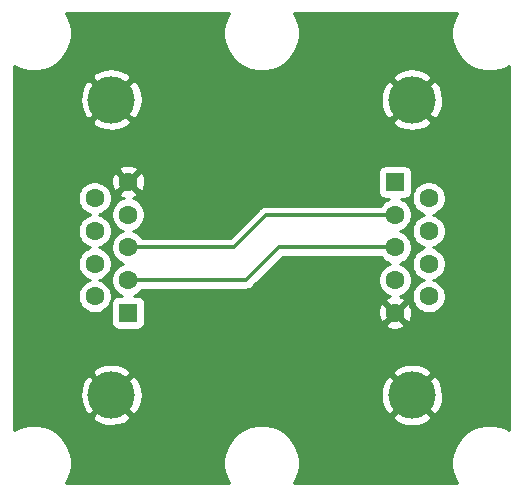
<source format=gtl>
G04 #@! TF.GenerationSoftware,KiCad,Pcbnew,5.1.10-88a1d61d58~88~ubuntu20.04.1*
G04 #@! TF.CreationDate,2021-05-09T22:10:24+02:00*
G04 #@! TF.ProjectId,SerialSwitcher,53657269-616c-4537-9769-74636865722e,rev?*
G04 #@! TF.SameCoordinates,Original*
G04 #@! TF.FileFunction,Copper,L1,Top*
G04 #@! TF.FilePolarity,Positive*
%FSLAX46Y46*%
G04 Gerber Fmt 4.6, Leading zero omitted, Abs format (unit mm)*
G04 Created by KiCad (PCBNEW 5.1.10-88a1d61d58~88~ubuntu20.04.1) date 2021-05-09 22:10:24*
%MOMM*%
%LPD*%
G01*
G04 APERTURE LIST*
G04 #@! TA.AperFunction,ComponentPad*
%ADD10C,4.000000*%
G04 #@! TD*
G04 #@! TA.AperFunction,ComponentPad*
%ADD11C,1.600000*%
G04 #@! TD*
G04 #@! TA.AperFunction,ComponentPad*
%ADD12R,1.600000X1.600000*%
G04 #@! TD*
G04 #@! TA.AperFunction,Conductor*
%ADD13C,0.350000*%
G04 #@! TD*
G04 #@! TA.AperFunction,Conductor*
%ADD14C,0.254000*%
G04 #@! TD*
G04 #@! TA.AperFunction,Conductor*
%ADD15C,0.100000*%
G04 #@! TD*
G04 APERTURE END LIST*
D10*
X128580000Y-68030000D03*
X128580000Y-43030000D03*
D11*
X127160000Y-51375000D03*
X127160000Y-54145000D03*
X127160000Y-56915000D03*
X127160000Y-59685000D03*
X130000000Y-49990000D03*
X130000000Y-52760000D03*
X130000000Y-55530000D03*
X130000000Y-58300000D03*
D12*
X130000000Y-61070000D03*
X152600000Y-50000000D03*
D11*
X152600000Y-52770000D03*
X152600000Y-55540000D03*
X152600000Y-58310000D03*
X152600000Y-61080000D03*
X155440000Y-51385000D03*
X155440000Y-54155000D03*
X155440000Y-56925000D03*
X155440000Y-59695000D03*
D10*
X154020000Y-68040000D03*
X154020000Y-43040000D03*
D13*
X140010000Y-58300000D02*
X130000000Y-58300000D01*
X142770000Y-55540000D02*
X140010000Y-58300000D01*
X152600000Y-55540000D02*
X142770000Y-55540000D01*
X138960000Y-55530000D02*
X130000000Y-55530000D01*
X141680000Y-52810000D02*
X138960000Y-55530000D01*
X152560000Y-52810000D02*
X141680000Y-52810000D01*
X152600000Y-52770000D02*
X152560000Y-52810000D01*
D14*
X138440270Y-35871442D02*
X138197012Y-36458719D01*
X138073000Y-37082168D01*
X138073000Y-37717832D01*
X138197012Y-38341281D01*
X138440270Y-38928558D01*
X138793425Y-39457093D01*
X139242907Y-39906575D01*
X139771442Y-40259730D01*
X140358719Y-40502988D01*
X140982168Y-40627000D01*
X141617832Y-40627000D01*
X142241281Y-40502988D01*
X142828558Y-40259730D01*
X143357093Y-39906575D01*
X143806575Y-39457093D01*
X144159730Y-38928558D01*
X144402988Y-38341281D01*
X144527000Y-37717832D01*
X144527000Y-37082168D01*
X144402988Y-36458719D01*
X144159730Y-35871442D01*
X144068563Y-35735000D01*
X157831437Y-35735000D01*
X157740270Y-35871442D01*
X157497012Y-36458719D01*
X157373000Y-37082168D01*
X157373000Y-37717832D01*
X157497012Y-38341281D01*
X157740270Y-38928558D01*
X158093425Y-39457093D01*
X158542907Y-39906575D01*
X159071442Y-40259730D01*
X159658719Y-40502988D01*
X160282168Y-40627000D01*
X160917832Y-40627000D01*
X161541281Y-40502988D01*
X162128558Y-40259730D01*
X162265000Y-40168562D01*
X162265001Y-71031438D01*
X162128558Y-70940270D01*
X161541281Y-70697012D01*
X160917832Y-70573000D01*
X160282168Y-70573000D01*
X159658719Y-70697012D01*
X159071442Y-70940270D01*
X158542907Y-71293425D01*
X158093425Y-71742907D01*
X157740270Y-72271442D01*
X157497012Y-72858719D01*
X157373000Y-73482168D01*
X157373000Y-74117832D01*
X157497012Y-74741281D01*
X157740270Y-75328558D01*
X157831437Y-75465000D01*
X144068563Y-75465000D01*
X144159730Y-75328558D01*
X144402988Y-74741281D01*
X144527000Y-74117832D01*
X144527000Y-73482168D01*
X144402988Y-72858719D01*
X144159730Y-72271442D01*
X143806575Y-71742907D01*
X143357093Y-71293425D01*
X142828558Y-70940270D01*
X142241281Y-70697012D01*
X141617832Y-70573000D01*
X140982168Y-70573000D01*
X140358719Y-70697012D01*
X139771442Y-70940270D01*
X139242907Y-71293425D01*
X138793425Y-71742907D01*
X138440270Y-72271442D01*
X138197012Y-72858719D01*
X138073000Y-73482168D01*
X138073000Y-74117832D01*
X138197012Y-74741281D01*
X138440270Y-75328558D01*
X138531437Y-75465000D01*
X124768563Y-75465000D01*
X124859730Y-75328558D01*
X125102988Y-74741281D01*
X125227000Y-74117832D01*
X125227000Y-73482168D01*
X125102988Y-72858719D01*
X124859730Y-72271442D01*
X124506575Y-71742907D01*
X124057093Y-71293425D01*
X123528558Y-70940270D01*
X122941281Y-70697012D01*
X122317832Y-70573000D01*
X121682168Y-70573000D01*
X121058719Y-70697012D01*
X120471442Y-70940270D01*
X120335000Y-71031437D01*
X120335000Y-69877499D01*
X126912106Y-69877499D01*
X127128228Y-70244258D01*
X127588105Y-70484938D01*
X128086098Y-70631275D01*
X128603071Y-70677648D01*
X129119159Y-70622273D01*
X129614526Y-70467279D01*
X130031772Y-70244258D01*
X130242001Y-69887499D01*
X152352106Y-69887499D01*
X152568228Y-70254258D01*
X153028105Y-70494938D01*
X153526098Y-70641275D01*
X154043071Y-70687648D01*
X154559159Y-70632273D01*
X155054526Y-70477279D01*
X155471772Y-70254258D01*
X155687894Y-69887499D01*
X154020000Y-68219605D01*
X152352106Y-69887499D01*
X130242001Y-69887499D01*
X130247894Y-69877499D01*
X128580000Y-68209605D01*
X126912106Y-69877499D01*
X120335000Y-69877499D01*
X120335000Y-68053071D01*
X125932352Y-68053071D01*
X125987727Y-68569159D01*
X126142721Y-69064526D01*
X126365742Y-69481772D01*
X126732501Y-69697894D01*
X128400395Y-68030000D01*
X128759605Y-68030000D01*
X130427499Y-69697894D01*
X130794258Y-69481772D01*
X131034938Y-69021895D01*
X131181275Y-68523902D01*
X131222612Y-68063071D01*
X151372352Y-68063071D01*
X151427727Y-68579159D01*
X151582721Y-69074526D01*
X151805742Y-69491772D01*
X152172501Y-69707894D01*
X153840395Y-68040000D01*
X154199605Y-68040000D01*
X155867499Y-69707894D01*
X156234258Y-69491772D01*
X156474938Y-69031895D01*
X156621275Y-68533902D01*
X156667648Y-68016929D01*
X156612273Y-67500841D01*
X156457279Y-67005474D01*
X156234258Y-66588228D01*
X155867499Y-66372106D01*
X154199605Y-68040000D01*
X153840395Y-68040000D01*
X152172501Y-66372106D01*
X151805742Y-66588228D01*
X151565062Y-67048105D01*
X151418725Y-67546098D01*
X151372352Y-68063071D01*
X131222612Y-68063071D01*
X131227648Y-68006929D01*
X131172273Y-67490841D01*
X131017279Y-66995474D01*
X130794258Y-66578228D01*
X130427499Y-66362106D01*
X128759605Y-68030000D01*
X128400395Y-68030000D01*
X126732501Y-66362106D01*
X126365742Y-66578228D01*
X126125062Y-67038105D01*
X125978725Y-67536098D01*
X125932352Y-68053071D01*
X120335000Y-68053071D01*
X120335000Y-66182501D01*
X126912106Y-66182501D01*
X128580000Y-67850395D01*
X130237894Y-66192501D01*
X152352106Y-66192501D01*
X154020000Y-67860395D01*
X155687894Y-66192501D01*
X155471772Y-65825742D01*
X155011895Y-65585062D01*
X154513902Y-65438725D01*
X153996929Y-65392352D01*
X153480841Y-65447727D01*
X152985474Y-65602721D01*
X152568228Y-65825742D01*
X152352106Y-66192501D01*
X130237894Y-66192501D01*
X130247894Y-66182501D01*
X130031772Y-65815742D01*
X129571895Y-65575062D01*
X129073902Y-65428725D01*
X128556929Y-65382352D01*
X128040841Y-65437727D01*
X127545474Y-65592721D01*
X127128228Y-65815742D01*
X126912106Y-66182501D01*
X120335000Y-66182501D01*
X120335000Y-51233665D01*
X125725000Y-51233665D01*
X125725000Y-51516335D01*
X125780147Y-51793574D01*
X125888320Y-52054727D01*
X126045363Y-52289759D01*
X126245241Y-52489637D01*
X126480273Y-52646680D01*
X126741426Y-52754853D01*
X126767301Y-52760000D01*
X126741426Y-52765147D01*
X126480273Y-52873320D01*
X126245241Y-53030363D01*
X126045363Y-53230241D01*
X125888320Y-53465273D01*
X125780147Y-53726426D01*
X125725000Y-54003665D01*
X125725000Y-54286335D01*
X125780147Y-54563574D01*
X125888320Y-54824727D01*
X126045363Y-55059759D01*
X126245241Y-55259637D01*
X126480273Y-55416680D01*
X126741426Y-55524853D01*
X126767301Y-55530000D01*
X126741426Y-55535147D01*
X126480273Y-55643320D01*
X126245241Y-55800363D01*
X126045363Y-56000241D01*
X125888320Y-56235273D01*
X125780147Y-56496426D01*
X125725000Y-56773665D01*
X125725000Y-57056335D01*
X125780147Y-57333574D01*
X125888320Y-57594727D01*
X126045363Y-57829759D01*
X126245241Y-58029637D01*
X126480273Y-58186680D01*
X126741426Y-58294853D01*
X126767301Y-58300000D01*
X126741426Y-58305147D01*
X126480273Y-58413320D01*
X126245241Y-58570363D01*
X126045363Y-58770241D01*
X125888320Y-59005273D01*
X125780147Y-59266426D01*
X125725000Y-59543665D01*
X125725000Y-59826335D01*
X125780147Y-60103574D01*
X125888320Y-60364727D01*
X126045363Y-60599759D01*
X126245241Y-60799637D01*
X126480273Y-60956680D01*
X126741426Y-61064853D01*
X127018665Y-61120000D01*
X127301335Y-61120000D01*
X127578574Y-61064853D01*
X127839727Y-60956680D01*
X128074759Y-60799637D01*
X128274637Y-60599759D01*
X128431680Y-60364727D01*
X128470917Y-60270000D01*
X128561928Y-60270000D01*
X128561928Y-61870000D01*
X128574188Y-61994482D01*
X128610498Y-62114180D01*
X128669463Y-62224494D01*
X128748815Y-62321185D01*
X128845506Y-62400537D01*
X128955820Y-62459502D01*
X129075518Y-62495812D01*
X129200000Y-62508072D01*
X130800000Y-62508072D01*
X130924482Y-62495812D01*
X131044180Y-62459502D01*
X131154494Y-62400537D01*
X131251185Y-62321185D01*
X131330537Y-62224494D01*
X131389502Y-62114180D01*
X131402084Y-62072702D01*
X151786903Y-62072702D01*
X151858486Y-62316671D01*
X152113996Y-62437571D01*
X152388184Y-62506300D01*
X152670512Y-62520217D01*
X152950130Y-62478787D01*
X153216292Y-62383603D01*
X153341514Y-62316671D01*
X153413097Y-62072702D01*
X152600000Y-61259605D01*
X151786903Y-62072702D01*
X131402084Y-62072702D01*
X131425812Y-61994482D01*
X131438072Y-61870000D01*
X131438072Y-61150512D01*
X151159783Y-61150512D01*
X151201213Y-61430130D01*
X151296397Y-61696292D01*
X151363329Y-61821514D01*
X151607298Y-61893097D01*
X152420395Y-61080000D01*
X152779605Y-61080000D01*
X153592702Y-61893097D01*
X153836671Y-61821514D01*
X153957571Y-61566004D01*
X154026300Y-61291816D01*
X154040217Y-61009488D01*
X153998787Y-60729870D01*
X153903603Y-60463708D01*
X153836671Y-60338486D01*
X153592702Y-60266903D01*
X152779605Y-61080000D01*
X152420395Y-61080000D01*
X151607298Y-60266903D01*
X151363329Y-60338486D01*
X151242429Y-60593996D01*
X151173700Y-60868184D01*
X151159783Y-61150512D01*
X131438072Y-61150512D01*
X131438072Y-60270000D01*
X131425812Y-60145518D01*
X131389502Y-60025820D01*
X131330537Y-59915506D01*
X131251185Y-59818815D01*
X131154494Y-59739463D01*
X131044180Y-59680498D01*
X130924482Y-59644188D01*
X130800000Y-59631928D01*
X130534275Y-59631928D01*
X130679727Y-59571680D01*
X130914759Y-59414637D01*
X131114637Y-59214759D01*
X131184635Y-59110000D01*
X139970212Y-59110000D01*
X140010000Y-59113919D01*
X140049788Y-59110000D01*
X140049791Y-59110000D01*
X140168788Y-59098280D01*
X140321473Y-59051963D01*
X140462189Y-58976749D01*
X140585528Y-58875528D01*
X140610900Y-58844613D01*
X143105513Y-56350000D01*
X151415365Y-56350000D01*
X151485363Y-56454759D01*
X151685241Y-56654637D01*
X151920273Y-56811680D01*
X152181426Y-56919853D01*
X152207301Y-56925000D01*
X152181426Y-56930147D01*
X151920273Y-57038320D01*
X151685241Y-57195363D01*
X151485363Y-57395241D01*
X151328320Y-57630273D01*
X151220147Y-57891426D01*
X151165000Y-58168665D01*
X151165000Y-58451335D01*
X151220147Y-58728574D01*
X151328320Y-58989727D01*
X151485363Y-59224759D01*
X151685241Y-59424637D01*
X151920273Y-59581680D01*
X152181426Y-59689853D01*
X152209882Y-59695513D01*
X151983708Y-59776397D01*
X151858486Y-59843329D01*
X151786903Y-60087298D01*
X152600000Y-60900395D01*
X153413097Y-60087298D01*
X153341514Y-59843329D01*
X153086004Y-59722429D01*
X152983711Y-59696788D01*
X153018574Y-59689853D01*
X153279727Y-59581680D01*
X153514759Y-59424637D01*
X153714637Y-59224759D01*
X153871680Y-58989727D01*
X153979853Y-58728574D01*
X154035000Y-58451335D01*
X154035000Y-58168665D01*
X153979853Y-57891426D01*
X153871680Y-57630273D01*
X153714637Y-57395241D01*
X153514759Y-57195363D01*
X153279727Y-57038320D01*
X153018574Y-56930147D01*
X152992699Y-56925000D01*
X153018574Y-56919853D01*
X153279727Y-56811680D01*
X153514759Y-56654637D01*
X153714637Y-56454759D01*
X153871680Y-56219727D01*
X153979853Y-55958574D01*
X154035000Y-55681335D01*
X154035000Y-55398665D01*
X153979853Y-55121426D01*
X153871680Y-54860273D01*
X153714637Y-54625241D01*
X153514759Y-54425363D01*
X153279727Y-54268320D01*
X153018574Y-54160147D01*
X152992699Y-54155000D01*
X153018574Y-54149853D01*
X153279727Y-54041680D01*
X153514759Y-53884637D01*
X153714637Y-53684759D01*
X153871680Y-53449727D01*
X153979853Y-53188574D01*
X154035000Y-52911335D01*
X154035000Y-52628665D01*
X153979853Y-52351426D01*
X153871680Y-52090273D01*
X153714637Y-51855241D01*
X153514759Y-51655363D01*
X153279727Y-51498320D01*
X153134275Y-51438072D01*
X153400000Y-51438072D01*
X153524482Y-51425812D01*
X153644180Y-51389502D01*
X153754494Y-51330537D01*
X153851185Y-51251185D01*
X153857356Y-51243665D01*
X154005000Y-51243665D01*
X154005000Y-51526335D01*
X154060147Y-51803574D01*
X154168320Y-52064727D01*
X154325363Y-52299759D01*
X154525241Y-52499637D01*
X154760273Y-52656680D01*
X155021426Y-52764853D01*
X155047301Y-52770000D01*
X155021426Y-52775147D01*
X154760273Y-52883320D01*
X154525241Y-53040363D01*
X154325363Y-53240241D01*
X154168320Y-53475273D01*
X154060147Y-53736426D01*
X154005000Y-54013665D01*
X154005000Y-54296335D01*
X154060147Y-54573574D01*
X154168320Y-54834727D01*
X154325363Y-55069759D01*
X154525241Y-55269637D01*
X154760273Y-55426680D01*
X155021426Y-55534853D01*
X155047301Y-55540000D01*
X155021426Y-55545147D01*
X154760273Y-55653320D01*
X154525241Y-55810363D01*
X154325363Y-56010241D01*
X154168320Y-56245273D01*
X154060147Y-56506426D01*
X154005000Y-56783665D01*
X154005000Y-57066335D01*
X154060147Y-57343574D01*
X154168320Y-57604727D01*
X154325363Y-57839759D01*
X154525241Y-58039637D01*
X154760273Y-58196680D01*
X155021426Y-58304853D01*
X155047301Y-58310000D01*
X155021426Y-58315147D01*
X154760273Y-58423320D01*
X154525241Y-58580363D01*
X154325363Y-58780241D01*
X154168320Y-59015273D01*
X154060147Y-59276426D01*
X154005000Y-59553665D01*
X154005000Y-59836335D01*
X154060147Y-60113574D01*
X154168320Y-60374727D01*
X154325363Y-60609759D01*
X154525241Y-60809637D01*
X154760273Y-60966680D01*
X155021426Y-61074853D01*
X155298665Y-61130000D01*
X155581335Y-61130000D01*
X155858574Y-61074853D01*
X156119727Y-60966680D01*
X156354759Y-60809637D01*
X156554637Y-60609759D01*
X156711680Y-60374727D01*
X156819853Y-60113574D01*
X156875000Y-59836335D01*
X156875000Y-59553665D01*
X156819853Y-59276426D01*
X156711680Y-59015273D01*
X156554637Y-58780241D01*
X156354759Y-58580363D01*
X156119727Y-58423320D01*
X155858574Y-58315147D01*
X155832699Y-58310000D01*
X155858574Y-58304853D01*
X156119727Y-58196680D01*
X156354759Y-58039637D01*
X156554637Y-57839759D01*
X156711680Y-57604727D01*
X156819853Y-57343574D01*
X156875000Y-57066335D01*
X156875000Y-56783665D01*
X156819853Y-56506426D01*
X156711680Y-56245273D01*
X156554637Y-56010241D01*
X156354759Y-55810363D01*
X156119727Y-55653320D01*
X155858574Y-55545147D01*
X155832699Y-55540000D01*
X155858574Y-55534853D01*
X156119727Y-55426680D01*
X156354759Y-55269637D01*
X156554637Y-55069759D01*
X156711680Y-54834727D01*
X156819853Y-54573574D01*
X156875000Y-54296335D01*
X156875000Y-54013665D01*
X156819853Y-53736426D01*
X156711680Y-53475273D01*
X156554637Y-53240241D01*
X156354759Y-53040363D01*
X156119727Y-52883320D01*
X155858574Y-52775147D01*
X155832699Y-52770000D01*
X155858574Y-52764853D01*
X156119727Y-52656680D01*
X156354759Y-52499637D01*
X156554637Y-52299759D01*
X156711680Y-52064727D01*
X156819853Y-51803574D01*
X156875000Y-51526335D01*
X156875000Y-51243665D01*
X156819853Y-50966426D01*
X156711680Y-50705273D01*
X156554637Y-50470241D01*
X156354759Y-50270363D01*
X156119727Y-50113320D01*
X155858574Y-50005147D01*
X155581335Y-49950000D01*
X155298665Y-49950000D01*
X155021426Y-50005147D01*
X154760273Y-50113320D01*
X154525241Y-50270363D01*
X154325363Y-50470241D01*
X154168320Y-50705273D01*
X154060147Y-50966426D01*
X154005000Y-51243665D01*
X153857356Y-51243665D01*
X153930537Y-51154494D01*
X153989502Y-51044180D01*
X154025812Y-50924482D01*
X154038072Y-50800000D01*
X154038072Y-49200000D01*
X154025812Y-49075518D01*
X153989502Y-48955820D01*
X153930537Y-48845506D01*
X153851185Y-48748815D01*
X153754494Y-48669463D01*
X153644180Y-48610498D01*
X153524482Y-48574188D01*
X153400000Y-48561928D01*
X151800000Y-48561928D01*
X151675518Y-48574188D01*
X151555820Y-48610498D01*
X151445506Y-48669463D01*
X151348815Y-48748815D01*
X151269463Y-48845506D01*
X151210498Y-48955820D01*
X151174188Y-49075518D01*
X151161928Y-49200000D01*
X151161928Y-50800000D01*
X151174188Y-50924482D01*
X151210498Y-51044180D01*
X151269463Y-51154494D01*
X151348815Y-51251185D01*
X151445506Y-51330537D01*
X151555820Y-51389502D01*
X151675518Y-51425812D01*
X151800000Y-51438072D01*
X152065725Y-51438072D01*
X151920273Y-51498320D01*
X151685241Y-51655363D01*
X151485363Y-51855241D01*
X151388638Y-52000000D01*
X141719788Y-52000000D01*
X141680000Y-51996081D01*
X141640212Y-52000000D01*
X141640209Y-52000000D01*
X141521212Y-52011720D01*
X141368527Y-52058037D01*
X141303024Y-52093049D01*
X141227810Y-52133251D01*
X141184120Y-52169107D01*
X141104472Y-52234472D01*
X141079107Y-52265380D01*
X138624488Y-54720000D01*
X131184635Y-54720000D01*
X131114637Y-54615241D01*
X130914759Y-54415363D01*
X130679727Y-54258320D01*
X130418574Y-54150147D01*
X130392699Y-54145000D01*
X130418574Y-54139853D01*
X130679727Y-54031680D01*
X130914759Y-53874637D01*
X131114637Y-53674759D01*
X131271680Y-53439727D01*
X131379853Y-53178574D01*
X131435000Y-52901335D01*
X131435000Y-52618665D01*
X131379853Y-52341426D01*
X131271680Y-52080273D01*
X131114637Y-51845241D01*
X130914759Y-51645363D01*
X130679727Y-51488320D01*
X130418574Y-51380147D01*
X130390118Y-51374487D01*
X130616292Y-51293603D01*
X130741514Y-51226671D01*
X130813097Y-50982702D01*
X130000000Y-50169605D01*
X129186903Y-50982702D01*
X129258486Y-51226671D01*
X129513996Y-51347571D01*
X129616289Y-51373212D01*
X129581426Y-51380147D01*
X129320273Y-51488320D01*
X129085241Y-51645363D01*
X128885363Y-51845241D01*
X128728320Y-52080273D01*
X128620147Y-52341426D01*
X128565000Y-52618665D01*
X128565000Y-52901335D01*
X128620147Y-53178574D01*
X128728320Y-53439727D01*
X128885363Y-53674759D01*
X129085241Y-53874637D01*
X129320273Y-54031680D01*
X129581426Y-54139853D01*
X129607301Y-54145000D01*
X129581426Y-54150147D01*
X129320273Y-54258320D01*
X129085241Y-54415363D01*
X128885363Y-54615241D01*
X128728320Y-54850273D01*
X128620147Y-55111426D01*
X128565000Y-55388665D01*
X128565000Y-55671335D01*
X128620147Y-55948574D01*
X128728320Y-56209727D01*
X128885363Y-56444759D01*
X129085241Y-56644637D01*
X129320273Y-56801680D01*
X129581426Y-56909853D01*
X129607301Y-56915000D01*
X129581426Y-56920147D01*
X129320273Y-57028320D01*
X129085241Y-57185363D01*
X128885363Y-57385241D01*
X128728320Y-57620273D01*
X128620147Y-57881426D01*
X128565000Y-58158665D01*
X128565000Y-58441335D01*
X128620147Y-58718574D01*
X128728320Y-58979727D01*
X128885363Y-59214759D01*
X129085241Y-59414637D01*
X129320273Y-59571680D01*
X129465725Y-59631928D01*
X129200000Y-59631928D01*
X129075518Y-59644188D01*
X128955820Y-59680498D01*
X128845506Y-59739463D01*
X128748815Y-59818815D01*
X128669463Y-59915506D01*
X128610498Y-60025820D01*
X128574188Y-60145518D01*
X128561928Y-60270000D01*
X128470917Y-60270000D01*
X128539853Y-60103574D01*
X128595000Y-59826335D01*
X128595000Y-59543665D01*
X128539853Y-59266426D01*
X128431680Y-59005273D01*
X128274637Y-58770241D01*
X128074759Y-58570363D01*
X127839727Y-58413320D01*
X127578574Y-58305147D01*
X127552699Y-58300000D01*
X127578574Y-58294853D01*
X127839727Y-58186680D01*
X128074759Y-58029637D01*
X128274637Y-57829759D01*
X128431680Y-57594727D01*
X128539853Y-57333574D01*
X128595000Y-57056335D01*
X128595000Y-56773665D01*
X128539853Y-56496426D01*
X128431680Y-56235273D01*
X128274637Y-56000241D01*
X128074759Y-55800363D01*
X127839727Y-55643320D01*
X127578574Y-55535147D01*
X127552699Y-55530000D01*
X127578574Y-55524853D01*
X127839727Y-55416680D01*
X128074759Y-55259637D01*
X128274637Y-55059759D01*
X128431680Y-54824727D01*
X128539853Y-54563574D01*
X128595000Y-54286335D01*
X128595000Y-54003665D01*
X128539853Y-53726426D01*
X128431680Y-53465273D01*
X128274637Y-53230241D01*
X128074759Y-53030363D01*
X127839727Y-52873320D01*
X127578574Y-52765147D01*
X127552699Y-52760000D01*
X127578574Y-52754853D01*
X127839727Y-52646680D01*
X128074759Y-52489637D01*
X128274637Y-52289759D01*
X128431680Y-52054727D01*
X128539853Y-51793574D01*
X128595000Y-51516335D01*
X128595000Y-51233665D01*
X128539853Y-50956426D01*
X128431680Y-50695273D01*
X128274637Y-50460241D01*
X128074759Y-50260363D01*
X127839727Y-50103320D01*
X127736380Y-50060512D01*
X128559783Y-50060512D01*
X128601213Y-50340130D01*
X128696397Y-50606292D01*
X128763329Y-50731514D01*
X129007298Y-50803097D01*
X129820395Y-49990000D01*
X130179605Y-49990000D01*
X130992702Y-50803097D01*
X131236671Y-50731514D01*
X131357571Y-50476004D01*
X131426300Y-50201816D01*
X131440217Y-49919488D01*
X131398787Y-49639870D01*
X131303603Y-49373708D01*
X131236671Y-49248486D01*
X130992702Y-49176903D01*
X130179605Y-49990000D01*
X129820395Y-49990000D01*
X129007298Y-49176903D01*
X128763329Y-49248486D01*
X128642429Y-49503996D01*
X128573700Y-49778184D01*
X128559783Y-50060512D01*
X127736380Y-50060512D01*
X127578574Y-49995147D01*
X127301335Y-49940000D01*
X127018665Y-49940000D01*
X126741426Y-49995147D01*
X126480273Y-50103320D01*
X126245241Y-50260363D01*
X126045363Y-50460241D01*
X125888320Y-50695273D01*
X125780147Y-50956426D01*
X125725000Y-51233665D01*
X120335000Y-51233665D01*
X120335000Y-48997298D01*
X129186903Y-48997298D01*
X130000000Y-49810395D01*
X130813097Y-48997298D01*
X130741514Y-48753329D01*
X130486004Y-48632429D01*
X130211816Y-48563700D01*
X129929488Y-48549783D01*
X129649870Y-48591213D01*
X129383708Y-48686397D01*
X129258486Y-48753329D01*
X129186903Y-48997298D01*
X120335000Y-48997298D01*
X120335000Y-44877499D01*
X126912106Y-44877499D01*
X127128228Y-45244258D01*
X127588105Y-45484938D01*
X128086098Y-45631275D01*
X128603071Y-45677648D01*
X129119159Y-45622273D01*
X129614526Y-45467279D01*
X130031772Y-45244258D01*
X130242001Y-44887499D01*
X152352106Y-44887499D01*
X152568228Y-45254258D01*
X153028105Y-45494938D01*
X153526098Y-45641275D01*
X154043071Y-45687648D01*
X154559159Y-45632273D01*
X155054526Y-45477279D01*
X155471772Y-45254258D01*
X155687894Y-44887499D01*
X154020000Y-43219605D01*
X152352106Y-44887499D01*
X130242001Y-44887499D01*
X130247894Y-44877499D01*
X128580000Y-43209605D01*
X126912106Y-44877499D01*
X120335000Y-44877499D01*
X120335000Y-43053071D01*
X125932352Y-43053071D01*
X125987727Y-43569159D01*
X126142721Y-44064526D01*
X126365742Y-44481772D01*
X126732501Y-44697894D01*
X128400395Y-43030000D01*
X128759605Y-43030000D01*
X130427499Y-44697894D01*
X130794258Y-44481772D01*
X131034938Y-44021895D01*
X131181275Y-43523902D01*
X131222612Y-43063071D01*
X151372352Y-43063071D01*
X151427727Y-43579159D01*
X151582721Y-44074526D01*
X151805742Y-44491772D01*
X152172501Y-44707894D01*
X153840395Y-43040000D01*
X154199605Y-43040000D01*
X155867499Y-44707894D01*
X156234258Y-44491772D01*
X156474938Y-44031895D01*
X156621275Y-43533902D01*
X156667648Y-43016929D01*
X156612273Y-42500841D01*
X156457279Y-42005474D01*
X156234258Y-41588228D01*
X155867499Y-41372106D01*
X154199605Y-43040000D01*
X153840395Y-43040000D01*
X152172501Y-41372106D01*
X151805742Y-41588228D01*
X151565062Y-42048105D01*
X151418725Y-42546098D01*
X151372352Y-43063071D01*
X131222612Y-43063071D01*
X131227648Y-43006929D01*
X131172273Y-42490841D01*
X131017279Y-41995474D01*
X130794258Y-41578228D01*
X130427499Y-41362106D01*
X128759605Y-43030000D01*
X128400395Y-43030000D01*
X126732501Y-41362106D01*
X126365742Y-41578228D01*
X126125062Y-42038105D01*
X125978725Y-42536098D01*
X125932352Y-43053071D01*
X120335000Y-43053071D01*
X120335000Y-41182501D01*
X126912106Y-41182501D01*
X128580000Y-42850395D01*
X130237894Y-41192501D01*
X152352106Y-41192501D01*
X154020000Y-42860395D01*
X155687894Y-41192501D01*
X155471772Y-40825742D01*
X155011895Y-40585062D01*
X154513902Y-40438725D01*
X153996929Y-40392352D01*
X153480841Y-40447727D01*
X152985474Y-40602721D01*
X152568228Y-40825742D01*
X152352106Y-41192501D01*
X130237894Y-41192501D01*
X130247894Y-41182501D01*
X130031772Y-40815742D01*
X129571895Y-40575062D01*
X129073902Y-40428725D01*
X128556929Y-40382352D01*
X128040841Y-40437727D01*
X127545474Y-40592721D01*
X127128228Y-40815742D01*
X126912106Y-41182501D01*
X120335000Y-41182501D01*
X120335000Y-40168563D01*
X120471442Y-40259730D01*
X121058719Y-40502988D01*
X121682168Y-40627000D01*
X122317832Y-40627000D01*
X122941281Y-40502988D01*
X123528558Y-40259730D01*
X124057093Y-39906575D01*
X124506575Y-39457093D01*
X124859730Y-38928558D01*
X125102988Y-38341281D01*
X125227000Y-37717832D01*
X125227000Y-37082168D01*
X125102988Y-36458719D01*
X124859730Y-35871442D01*
X124768563Y-35735000D01*
X138531437Y-35735000D01*
X138440270Y-35871442D01*
G04 #@! TA.AperFunction,Conductor*
D15*
G36*
X138440270Y-35871442D02*
G01*
X138197012Y-36458719D01*
X138073000Y-37082168D01*
X138073000Y-37717832D01*
X138197012Y-38341281D01*
X138440270Y-38928558D01*
X138793425Y-39457093D01*
X139242907Y-39906575D01*
X139771442Y-40259730D01*
X140358719Y-40502988D01*
X140982168Y-40627000D01*
X141617832Y-40627000D01*
X142241281Y-40502988D01*
X142828558Y-40259730D01*
X143357093Y-39906575D01*
X143806575Y-39457093D01*
X144159730Y-38928558D01*
X144402988Y-38341281D01*
X144527000Y-37717832D01*
X144527000Y-37082168D01*
X144402988Y-36458719D01*
X144159730Y-35871442D01*
X144068563Y-35735000D01*
X157831437Y-35735000D01*
X157740270Y-35871442D01*
X157497012Y-36458719D01*
X157373000Y-37082168D01*
X157373000Y-37717832D01*
X157497012Y-38341281D01*
X157740270Y-38928558D01*
X158093425Y-39457093D01*
X158542907Y-39906575D01*
X159071442Y-40259730D01*
X159658719Y-40502988D01*
X160282168Y-40627000D01*
X160917832Y-40627000D01*
X161541281Y-40502988D01*
X162128558Y-40259730D01*
X162265000Y-40168562D01*
X162265001Y-71031438D01*
X162128558Y-70940270D01*
X161541281Y-70697012D01*
X160917832Y-70573000D01*
X160282168Y-70573000D01*
X159658719Y-70697012D01*
X159071442Y-70940270D01*
X158542907Y-71293425D01*
X158093425Y-71742907D01*
X157740270Y-72271442D01*
X157497012Y-72858719D01*
X157373000Y-73482168D01*
X157373000Y-74117832D01*
X157497012Y-74741281D01*
X157740270Y-75328558D01*
X157831437Y-75465000D01*
X144068563Y-75465000D01*
X144159730Y-75328558D01*
X144402988Y-74741281D01*
X144527000Y-74117832D01*
X144527000Y-73482168D01*
X144402988Y-72858719D01*
X144159730Y-72271442D01*
X143806575Y-71742907D01*
X143357093Y-71293425D01*
X142828558Y-70940270D01*
X142241281Y-70697012D01*
X141617832Y-70573000D01*
X140982168Y-70573000D01*
X140358719Y-70697012D01*
X139771442Y-70940270D01*
X139242907Y-71293425D01*
X138793425Y-71742907D01*
X138440270Y-72271442D01*
X138197012Y-72858719D01*
X138073000Y-73482168D01*
X138073000Y-74117832D01*
X138197012Y-74741281D01*
X138440270Y-75328558D01*
X138531437Y-75465000D01*
X124768563Y-75465000D01*
X124859730Y-75328558D01*
X125102988Y-74741281D01*
X125227000Y-74117832D01*
X125227000Y-73482168D01*
X125102988Y-72858719D01*
X124859730Y-72271442D01*
X124506575Y-71742907D01*
X124057093Y-71293425D01*
X123528558Y-70940270D01*
X122941281Y-70697012D01*
X122317832Y-70573000D01*
X121682168Y-70573000D01*
X121058719Y-70697012D01*
X120471442Y-70940270D01*
X120335000Y-71031437D01*
X120335000Y-69877499D01*
X126912106Y-69877499D01*
X127128228Y-70244258D01*
X127588105Y-70484938D01*
X128086098Y-70631275D01*
X128603071Y-70677648D01*
X129119159Y-70622273D01*
X129614526Y-70467279D01*
X130031772Y-70244258D01*
X130242001Y-69887499D01*
X152352106Y-69887499D01*
X152568228Y-70254258D01*
X153028105Y-70494938D01*
X153526098Y-70641275D01*
X154043071Y-70687648D01*
X154559159Y-70632273D01*
X155054526Y-70477279D01*
X155471772Y-70254258D01*
X155687894Y-69887499D01*
X154020000Y-68219605D01*
X152352106Y-69887499D01*
X130242001Y-69887499D01*
X130247894Y-69877499D01*
X128580000Y-68209605D01*
X126912106Y-69877499D01*
X120335000Y-69877499D01*
X120335000Y-68053071D01*
X125932352Y-68053071D01*
X125987727Y-68569159D01*
X126142721Y-69064526D01*
X126365742Y-69481772D01*
X126732501Y-69697894D01*
X128400395Y-68030000D01*
X128759605Y-68030000D01*
X130427499Y-69697894D01*
X130794258Y-69481772D01*
X131034938Y-69021895D01*
X131181275Y-68523902D01*
X131222612Y-68063071D01*
X151372352Y-68063071D01*
X151427727Y-68579159D01*
X151582721Y-69074526D01*
X151805742Y-69491772D01*
X152172501Y-69707894D01*
X153840395Y-68040000D01*
X154199605Y-68040000D01*
X155867499Y-69707894D01*
X156234258Y-69491772D01*
X156474938Y-69031895D01*
X156621275Y-68533902D01*
X156667648Y-68016929D01*
X156612273Y-67500841D01*
X156457279Y-67005474D01*
X156234258Y-66588228D01*
X155867499Y-66372106D01*
X154199605Y-68040000D01*
X153840395Y-68040000D01*
X152172501Y-66372106D01*
X151805742Y-66588228D01*
X151565062Y-67048105D01*
X151418725Y-67546098D01*
X151372352Y-68063071D01*
X131222612Y-68063071D01*
X131227648Y-68006929D01*
X131172273Y-67490841D01*
X131017279Y-66995474D01*
X130794258Y-66578228D01*
X130427499Y-66362106D01*
X128759605Y-68030000D01*
X128400395Y-68030000D01*
X126732501Y-66362106D01*
X126365742Y-66578228D01*
X126125062Y-67038105D01*
X125978725Y-67536098D01*
X125932352Y-68053071D01*
X120335000Y-68053071D01*
X120335000Y-66182501D01*
X126912106Y-66182501D01*
X128580000Y-67850395D01*
X130237894Y-66192501D01*
X152352106Y-66192501D01*
X154020000Y-67860395D01*
X155687894Y-66192501D01*
X155471772Y-65825742D01*
X155011895Y-65585062D01*
X154513902Y-65438725D01*
X153996929Y-65392352D01*
X153480841Y-65447727D01*
X152985474Y-65602721D01*
X152568228Y-65825742D01*
X152352106Y-66192501D01*
X130237894Y-66192501D01*
X130247894Y-66182501D01*
X130031772Y-65815742D01*
X129571895Y-65575062D01*
X129073902Y-65428725D01*
X128556929Y-65382352D01*
X128040841Y-65437727D01*
X127545474Y-65592721D01*
X127128228Y-65815742D01*
X126912106Y-66182501D01*
X120335000Y-66182501D01*
X120335000Y-51233665D01*
X125725000Y-51233665D01*
X125725000Y-51516335D01*
X125780147Y-51793574D01*
X125888320Y-52054727D01*
X126045363Y-52289759D01*
X126245241Y-52489637D01*
X126480273Y-52646680D01*
X126741426Y-52754853D01*
X126767301Y-52760000D01*
X126741426Y-52765147D01*
X126480273Y-52873320D01*
X126245241Y-53030363D01*
X126045363Y-53230241D01*
X125888320Y-53465273D01*
X125780147Y-53726426D01*
X125725000Y-54003665D01*
X125725000Y-54286335D01*
X125780147Y-54563574D01*
X125888320Y-54824727D01*
X126045363Y-55059759D01*
X126245241Y-55259637D01*
X126480273Y-55416680D01*
X126741426Y-55524853D01*
X126767301Y-55530000D01*
X126741426Y-55535147D01*
X126480273Y-55643320D01*
X126245241Y-55800363D01*
X126045363Y-56000241D01*
X125888320Y-56235273D01*
X125780147Y-56496426D01*
X125725000Y-56773665D01*
X125725000Y-57056335D01*
X125780147Y-57333574D01*
X125888320Y-57594727D01*
X126045363Y-57829759D01*
X126245241Y-58029637D01*
X126480273Y-58186680D01*
X126741426Y-58294853D01*
X126767301Y-58300000D01*
X126741426Y-58305147D01*
X126480273Y-58413320D01*
X126245241Y-58570363D01*
X126045363Y-58770241D01*
X125888320Y-59005273D01*
X125780147Y-59266426D01*
X125725000Y-59543665D01*
X125725000Y-59826335D01*
X125780147Y-60103574D01*
X125888320Y-60364727D01*
X126045363Y-60599759D01*
X126245241Y-60799637D01*
X126480273Y-60956680D01*
X126741426Y-61064853D01*
X127018665Y-61120000D01*
X127301335Y-61120000D01*
X127578574Y-61064853D01*
X127839727Y-60956680D01*
X128074759Y-60799637D01*
X128274637Y-60599759D01*
X128431680Y-60364727D01*
X128470917Y-60270000D01*
X128561928Y-60270000D01*
X128561928Y-61870000D01*
X128574188Y-61994482D01*
X128610498Y-62114180D01*
X128669463Y-62224494D01*
X128748815Y-62321185D01*
X128845506Y-62400537D01*
X128955820Y-62459502D01*
X129075518Y-62495812D01*
X129200000Y-62508072D01*
X130800000Y-62508072D01*
X130924482Y-62495812D01*
X131044180Y-62459502D01*
X131154494Y-62400537D01*
X131251185Y-62321185D01*
X131330537Y-62224494D01*
X131389502Y-62114180D01*
X131402084Y-62072702D01*
X151786903Y-62072702D01*
X151858486Y-62316671D01*
X152113996Y-62437571D01*
X152388184Y-62506300D01*
X152670512Y-62520217D01*
X152950130Y-62478787D01*
X153216292Y-62383603D01*
X153341514Y-62316671D01*
X153413097Y-62072702D01*
X152600000Y-61259605D01*
X151786903Y-62072702D01*
X131402084Y-62072702D01*
X131425812Y-61994482D01*
X131438072Y-61870000D01*
X131438072Y-61150512D01*
X151159783Y-61150512D01*
X151201213Y-61430130D01*
X151296397Y-61696292D01*
X151363329Y-61821514D01*
X151607298Y-61893097D01*
X152420395Y-61080000D01*
X152779605Y-61080000D01*
X153592702Y-61893097D01*
X153836671Y-61821514D01*
X153957571Y-61566004D01*
X154026300Y-61291816D01*
X154040217Y-61009488D01*
X153998787Y-60729870D01*
X153903603Y-60463708D01*
X153836671Y-60338486D01*
X153592702Y-60266903D01*
X152779605Y-61080000D01*
X152420395Y-61080000D01*
X151607298Y-60266903D01*
X151363329Y-60338486D01*
X151242429Y-60593996D01*
X151173700Y-60868184D01*
X151159783Y-61150512D01*
X131438072Y-61150512D01*
X131438072Y-60270000D01*
X131425812Y-60145518D01*
X131389502Y-60025820D01*
X131330537Y-59915506D01*
X131251185Y-59818815D01*
X131154494Y-59739463D01*
X131044180Y-59680498D01*
X130924482Y-59644188D01*
X130800000Y-59631928D01*
X130534275Y-59631928D01*
X130679727Y-59571680D01*
X130914759Y-59414637D01*
X131114637Y-59214759D01*
X131184635Y-59110000D01*
X139970212Y-59110000D01*
X140010000Y-59113919D01*
X140049788Y-59110000D01*
X140049791Y-59110000D01*
X140168788Y-59098280D01*
X140321473Y-59051963D01*
X140462189Y-58976749D01*
X140585528Y-58875528D01*
X140610900Y-58844613D01*
X143105513Y-56350000D01*
X151415365Y-56350000D01*
X151485363Y-56454759D01*
X151685241Y-56654637D01*
X151920273Y-56811680D01*
X152181426Y-56919853D01*
X152207301Y-56925000D01*
X152181426Y-56930147D01*
X151920273Y-57038320D01*
X151685241Y-57195363D01*
X151485363Y-57395241D01*
X151328320Y-57630273D01*
X151220147Y-57891426D01*
X151165000Y-58168665D01*
X151165000Y-58451335D01*
X151220147Y-58728574D01*
X151328320Y-58989727D01*
X151485363Y-59224759D01*
X151685241Y-59424637D01*
X151920273Y-59581680D01*
X152181426Y-59689853D01*
X152209882Y-59695513D01*
X151983708Y-59776397D01*
X151858486Y-59843329D01*
X151786903Y-60087298D01*
X152600000Y-60900395D01*
X153413097Y-60087298D01*
X153341514Y-59843329D01*
X153086004Y-59722429D01*
X152983711Y-59696788D01*
X153018574Y-59689853D01*
X153279727Y-59581680D01*
X153514759Y-59424637D01*
X153714637Y-59224759D01*
X153871680Y-58989727D01*
X153979853Y-58728574D01*
X154035000Y-58451335D01*
X154035000Y-58168665D01*
X153979853Y-57891426D01*
X153871680Y-57630273D01*
X153714637Y-57395241D01*
X153514759Y-57195363D01*
X153279727Y-57038320D01*
X153018574Y-56930147D01*
X152992699Y-56925000D01*
X153018574Y-56919853D01*
X153279727Y-56811680D01*
X153514759Y-56654637D01*
X153714637Y-56454759D01*
X153871680Y-56219727D01*
X153979853Y-55958574D01*
X154035000Y-55681335D01*
X154035000Y-55398665D01*
X153979853Y-55121426D01*
X153871680Y-54860273D01*
X153714637Y-54625241D01*
X153514759Y-54425363D01*
X153279727Y-54268320D01*
X153018574Y-54160147D01*
X152992699Y-54155000D01*
X153018574Y-54149853D01*
X153279727Y-54041680D01*
X153514759Y-53884637D01*
X153714637Y-53684759D01*
X153871680Y-53449727D01*
X153979853Y-53188574D01*
X154035000Y-52911335D01*
X154035000Y-52628665D01*
X153979853Y-52351426D01*
X153871680Y-52090273D01*
X153714637Y-51855241D01*
X153514759Y-51655363D01*
X153279727Y-51498320D01*
X153134275Y-51438072D01*
X153400000Y-51438072D01*
X153524482Y-51425812D01*
X153644180Y-51389502D01*
X153754494Y-51330537D01*
X153851185Y-51251185D01*
X153857356Y-51243665D01*
X154005000Y-51243665D01*
X154005000Y-51526335D01*
X154060147Y-51803574D01*
X154168320Y-52064727D01*
X154325363Y-52299759D01*
X154525241Y-52499637D01*
X154760273Y-52656680D01*
X155021426Y-52764853D01*
X155047301Y-52770000D01*
X155021426Y-52775147D01*
X154760273Y-52883320D01*
X154525241Y-53040363D01*
X154325363Y-53240241D01*
X154168320Y-53475273D01*
X154060147Y-53736426D01*
X154005000Y-54013665D01*
X154005000Y-54296335D01*
X154060147Y-54573574D01*
X154168320Y-54834727D01*
X154325363Y-55069759D01*
X154525241Y-55269637D01*
X154760273Y-55426680D01*
X155021426Y-55534853D01*
X155047301Y-55540000D01*
X155021426Y-55545147D01*
X154760273Y-55653320D01*
X154525241Y-55810363D01*
X154325363Y-56010241D01*
X154168320Y-56245273D01*
X154060147Y-56506426D01*
X154005000Y-56783665D01*
X154005000Y-57066335D01*
X154060147Y-57343574D01*
X154168320Y-57604727D01*
X154325363Y-57839759D01*
X154525241Y-58039637D01*
X154760273Y-58196680D01*
X155021426Y-58304853D01*
X155047301Y-58310000D01*
X155021426Y-58315147D01*
X154760273Y-58423320D01*
X154525241Y-58580363D01*
X154325363Y-58780241D01*
X154168320Y-59015273D01*
X154060147Y-59276426D01*
X154005000Y-59553665D01*
X154005000Y-59836335D01*
X154060147Y-60113574D01*
X154168320Y-60374727D01*
X154325363Y-60609759D01*
X154525241Y-60809637D01*
X154760273Y-60966680D01*
X155021426Y-61074853D01*
X155298665Y-61130000D01*
X155581335Y-61130000D01*
X155858574Y-61074853D01*
X156119727Y-60966680D01*
X156354759Y-60809637D01*
X156554637Y-60609759D01*
X156711680Y-60374727D01*
X156819853Y-60113574D01*
X156875000Y-59836335D01*
X156875000Y-59553665D01*
X156819853Y-59276426D01*
X156711680Y-59015273D01*
X156554637Y-58780241D01*
X156354759Y-58580363D01*
X156119727Y-58423320D01*
X155858574Y-58315147D01*
X155832699Y-58310000D01*
X155858574Y-58304853D01*
X156119727Y-58196680D01*
X156354759Y-58039637D01*
X156554637Y-57839759D01*
X156711680Y-57604727D01*
X156819853Y-57343574D01*
X156875000Y-57066335D01*
X156875000Y-56783665D01*
X156819853Y-56506426D01*
X156711680Y-56245273D01*
X156554637Y-56010241D01*
X156354759Y-55810363D01*
X156119727Y-55653320D01*
X155858574Y-55545147D01*
X155832699Y-55540000D01*
X155858574Y-55534853D01*
X156119727Y-55426680D01*
X156354759Y-55269637D01*
X156554637Y-55069759D01*
X156711680Y-54834727D01*
X156819853Y-54573574D01*
X156875000Y-54296335D01*
X156875000Y-54013665D01*
X156819853Y-53736426D01*
X156711680Y-53475273D01*
X156554637Y-53240241D01*
X156354759Y-53040363D01*
X156119727Y-52883320D01*
X155858574Y-52775147D01*
X155832699Y-52770000D01*
X155858574Y-52764853D01*
X156119727Y-52656680D01*
X156354759Y-52499637D01*
X156554637Y-52299759D01*
X156711680Y-52064727D01*
X156819853Y-51803574D01*
X156875000Y-51526335D01*
X156875000Y-51243665D01*
X156819853Y-50966426D01*
X156711680Y-50705273D01*
X156554637Y-50470241D01*
X156354759Y-50270363D01*
X156119727Y-50113320D01*
X155858574Y-50005147D01*
X155581335Y-49950000D01*
X155298665Y-49950000D01*
X155021426Y-50005147D01*
X154760273Y-50113320D01*
X154525241Y-50270363D01*
X154325363Y-50470241D01*
X154168320Y-50705273D01*
X154060147Y-50966426D01*
X154005000Y-51243665D01*
X153857356Y-51243665D01*
X153930537Y-51154494D01*
X153989502Y-51044180D01*
X154025812Y-50924482D01*
X154038072Y-50800000D01*
X154038072Y-49200000D01*
X154025812Y-49075518D01*
X153989502Y-48955820D01*
X153930537Y-48845506D01*
X153851185Y-48748815D01*
X153754494Y-48669463D01*
X153644180Y-48610498D01*
X153524482Y-48574188D01*
X153400000Y-48561928D01*
X151800000Y-48561928D01*
X151675518Y-48574188D01*
X151555820Y-48610498D01*
X151445506Y-48669463D01*
X151348815Y-48748815D01*
X151269463Y-48845506D01*
X151210498Y-48955820D01*
X151174188Y-49075518D01*
X151161928Y-49200000D01*
X151161928Y-50800000D01*
X151174188Y-50924482D01*
X151210498Y-51044180D01*
X151269463Y-51154494D01*
X151348815Y-51251185D01*
X151445506Y-51330537D01*
X151555820Y-51389502D01*
X151675518Y-51425812D01*
X151800000Y-51438072D01*
X152065725Y-51438072D01*
X151920273Y-51498320D01*
X151685241Y-51655363D01*
X151485363Y-51855241D01*
X151388638Y-52000000D01*
X141719788Y-52000000D01*
X141680000Y-51996081D01*
X141640212Y-52000000D01*
X141640209Y-52000000D01*
X141521212Y-52011720D01*
X141368527Y-52058037D01*
X141303024Y-52093049D01*
X141227810Y-52133251D01*
X141184120Y-52169107D01*
X141104472Y-52234472D01*
X141079107Y-52265380D01*
X138624488Y-54720000D01*
X131184635Y-54720000D01*
X131114637Y-54615241D01*
X130914759Y-54415363D01*
X130679727Y-54258320D01*
X130418574Y-54150147D01*
X130392699Y-54145000D01*
X130418574Y-54139853D01*
X130679727Y-54031680D01*
X130914759Y-53874637D01*
X131114637Y-53674759D01*
X131271680Y-53439727D01*
X131379853Y-53178574D01*
X131435000Y-52901335D01*
X131435000Y-52618665D01*
X131379853Y-52341426D01*
X131271680Y-52080273D01*
X131114637Y-51845241D01*
X130914759Y-51645363D01*
X130679727Y-51488320D01*
X130418574Y-51380147D01*
X130390118Y-51374487D01*
X130616292Y-51293603D01*
X130741514Y-51226671D01*
X130813097Y-50982702D01*
X130000000Y-50169605D01*
X129186903Y-50982702D01*
X129258486Y-51226671D01*
X129513996Y-51347571D01*
X129616289Y-51373212D01*
X129581426Y-51380147D01*
X129320273Y-51488320D01*
X129085241Y-51645363D01*
X128885363Y-51845241D01*
X128728320Y-52080273D01*
X128620147Y-52341426D01*
X128565000Y-52618665D01*
X128565000Y-52901335D01*
X128620147Y-53178574D01*
X128728320Y-53439727D01*
X128885363Y-53674759D01*
X129085241Y-53874637D01*
X129320273Y-54031680D01*
X129581426Y-54139853D01*
X129607301Y-54145000D01*
X129581426Y-54150147D01*
X129320273Y-54258320D01*
X129085241Y-54415363D01*
X128885363Y-54615241D01*
X128728320Y-54850273D01*
X128620147Y-55111426D01*
X128565000Y-55388665D01*
X128565000Y-55671335D01*
X128620147Y-55948574D01*
X128728320Y-56209727D01*
X128885363Y-56444759D01*
X129085241Y-56644637D01*
X129320273Y-56801680D01*
X129581426Y-56909853D01*
X129607301Y-56915000D01*
X129581426Y-56920147D01*
X129320273Y-57028320D01*
X129085241Y-57185363D01*
X128885363Y-57385241D01*
X128728320Y-57620273D01*
X128620147Y-57881426D01*
X128565000Y-58158665D01*
X128565000Y-58441335D01*
X128620147Y-58718574D01*
X128728320Y-58979727D01*
X128885363Y-59214759D01*
X129085241Y-59414637D01*
X129320273Y-59571680D01*
X129465725Y-59631928D01*
X129200000Y-59631928D01*
X129075518Y-59644188D01*
X128955820Y-59680498D01*
X128845506Y-59739463D01*
X128748815Y-59818815D01*
X128669463Y-59915506D01*
X128610498Y-60025820D01*
X128574188Y-60145518D01*
X128561928Y-60270000D01*
X128470917Y-60270000D01*
X128539853Y-60103574D01*
X128595000Y-59826335D01*
X128595000Y-59543665D01*
X128539853Y-59266426D01*
X128431680Y-59005273D01*
X128274637Y-58770241D01*
X128074759Y-58570363D01*
X127839727Y-58413320D01*
X127578574Y-58305147D01*
X127552699Y-58300000D01*
X127578574Y-58294853D01*
X127839727Y-58186680D01*
X128074759Y-58029637D01*
X128274637Y-57829759D01*
X128431680Y-57594727D01*
X128539853Y-57333574D01*
X128595000Y-57056335D01*
X128595000Y-56773665D01*
X128539853Y-56496426D01*
X128431680Y-56235273D01*
X128274637Y-56000241D01*
X128074759Y-55800363D01*
X127839727Y-55643320D01*
X127578574Y-55535147D01*
X127552699Y-55530000D01*
X127578574Y-55524853D01*
X127839727Y-55416680D01*
X128074759Y-55259637D01*
X128274637Y-55059759D01*
X128431680Y-54824727D01*
X128539853Y-54563574D01*
X128595000Y-54286335D01*
X128595000Y-54003665D01*
X128539853Y-53726426D01*
X128431680Y-53465273D01*
X128274637Y-53230241D01*
X128074759Y-53030363D01*
X127839727Y-52873320D01*
X127578574Y-52765147D01*
X127552699Y-52760000D01*
X127578574Y-52754853D01*
X127839727Y-52646680D01*
X128074759Y-52489637D01*
X128274637Y-52289759D01*
X128431680Y-52054727D01*
X128539853Y-51793574D01*
X128595000Y-51516335D01*
X128595000Y-51233665D01*
X128539853Y-50956426D01*
X128431680Y-50695273D01*
X128274637Y-50460241D01*
X128074759Y-50260363D01*
X127839727Y-50103320D01*
X127736380Y-50060512D01*
X128559783Y-50060512D01*
X128601213Y-50340130D01*
X128696397Y-50606292D01*
X128763329Y-50731514D01*
X129007298Y-50803097D01*
X129820395Y-49990000D01*
X130179605Y-49990000D01*
X130992702Y-50803097D01*
X131236671Y-50731514D01*
X131357571Y-50476004D01*
X131426300Y-50201816D01*
X131440217Y-49919488D01*
X131398787Y-49639870D01*
X131303603Y-49373708D01*
X131236671Y-49248486D01*
X130992702Y-49176903D01*
X130179605Y-49990000D01*
X129820395Y-49990000D01*
X129007298Y-49176903D01*
X128763329Y-49248486D01*
X128642429Y-49503996D01*
X128573700Y-49778184D01*
X128559783Y-50060512D01*
X127736380Y-50060512D01*
X127578574Y-49995147D01*
X127301335Y-49940000D01*
X127018665Y-49940000D01*
X126741426Y-49995147D01*
X126480273Y-50103320D01*
X126245241Y-50260363D01*
X126045363Y-50460241D01*
X125888320Y-50695273D01*
X125780147Y-50956426D01*
X125725000Y-51233665D01*
X120335000Y-51233665D01*
X120335000Y-48997298D01*
X129186903Y-48997298D01*
X130000000Y-49810395D01*
X130813097Y-48997298D01*
X130741514Y-48753329D01*
X130486004Y-48632429D01*
X130211816Y-48563700D01*
X129929488Y-48549783D01*
X129649870Y-48591213D01*
X129383708Y-48686397D01*
X129258486Y-48753329D01*
X129186903Y-48997298D01*
X120335000Y-48997298D01*
X120335000Y-44877499D01*
X126912106Y-44877499D01*
X127128228Y-45244258D01*
X127588105Y-45484938D01*
X128086098Y-45631275D01*
X128603071Y-45677648D01*
X129119159Y-45622273D01*
X129614526Y-45467279D01*
X130031772Y-45244258D01*
X130242001Y-44887499D01*
X152352106Y-44887499D01*
X152568228Y-45254258D01*
X153028105Y-45494938D01*
X153526098Y-45641275D01*
X154043071Y-45687648D01*
X154559159Y-45632273D01*
X155054526Y-45477279D01*
X155471772Y-45254258D01*
X155687894Y-44887499D01*
X154020000Y-43219605D01*
X152352106Y-44887499D01*
X130242001Y-44887499D01*
X130247894Y-44877499D01*
X128580000Y-43209605D01*
X126912106Y-44877499D01*
X120335000Y-44877499D01*
X120335000Y-43053071D01*
X125932352Y-43053071D01*
X125987727Y-43569159D01*
X126142721Y-44064526D01*
X126365742Y-44481772D01*
X126732501Y-44697894D01*
X128400395Y-43030000D01*
X128759605Y-43030000D01*
X130427499Y-44697894D01*
X130794258Y-44481772D01*
X131034938Y-44021895D01*
X131181275Y-43523902D01*
X131222612Y-43063071D01*
X151372352Y-43063071D01*
X151427727Y-43579159D01*
X151582721Y-44074526D01*
X151805742Y-44491772D01*
X152172501Y-44707894D01*
X153840395Y-43040000D01*
X154199605Y-43040000D01*
X155867499Y-44707894D01*
X156234258Y-44491772D01*
X156474938Y-44031895D01*
X156621275Y-43533902D01*
X156667648Y-43016929D01*
X156612273Y-42500841D01*
X156457279Y-42005474D01*
X156234258Y-41588228D01*
X155867499Y-41372106D01*
X154199605Y-43040000D01*
X153840395Y-43040000D01*
X152172501Y-41372106D01*
X151805742Y-41588228D01*
X151565062Y-42048105D01*
X151418725Y-42546098D01*
X151372352Y-43063071D01*
X131222612Y-43063071D01*
X131227648Y-43006929D01*
X131172273Y-42490841D01*
X131017279Y-41995474D01*
X130794258Y-41578228D01*
X130427499Y-41362106D01*
X128759605Y-43030000D01*
X128400395Y-43030000D01*
X126732501Y-41362106D01*
X126365742Y-41578228D01*
X126125062Y-42038105D01*
X125978725Y-42536098D01*
X125932352Y-43053071D01*
X120335000Y-43053071D01*
X120335000Y-41182501D01*
X126912106Y-41182501D01*
X128580000Y-42850395D01*
X130237894Y-41192501D01*
X152352106Y-41192501D01*
X154020000Y-42860395D01*
X155687894Y-41192501D01*
X155471772Y-40825742D01*
X155011895Y-40585062D01*
X154513902Y-40438725D01*
X153996929Y-40392352D01*
X153480841Y-40447727D01*
X152985474Y-40602721D01*
X152568228Y-40825742D01*
X152352106Y-41192501D01*
X130237894Y-41192501D01*
X130247894Y-41182501D01*
X130031772Y-40815742D01*
X129571895Y-40575062D01*
X129073902Y-40428725D01*
X128556929Y-40382352D01*
X128040841Y-40437727D01*
X127545474Y-40592721D01*
X127128228Y-40815742D01*
X126912106Y-41182501D01*
X120335000Y-41182501D01*
X120335000Y-40168563D01*
X120471442Y-40259730D01*
X121058719Y-40502988D01*
X121682168Y-40627000D01*
X122317832Y-40627000D01*
X122941281Y-40502988D01*
X123528558Y-40259730D01*
X124057093Y-39906575D01*
X124506575Y-39457093D01*
X124859730Y-38928558D01*
X125102988Y-38341281D01*
X125227000Y-37717832D01*
X125227000Y-37082168D01*
X125102988Y-36458719D01*
X124859730Y-35871442D01*
X124768563Y-35735000D01*
X138531437Y-35735000D01*
X138440270Y-35871442D01*
G37*
G04 #@! TD.AperFunction*
M02*

</source>
